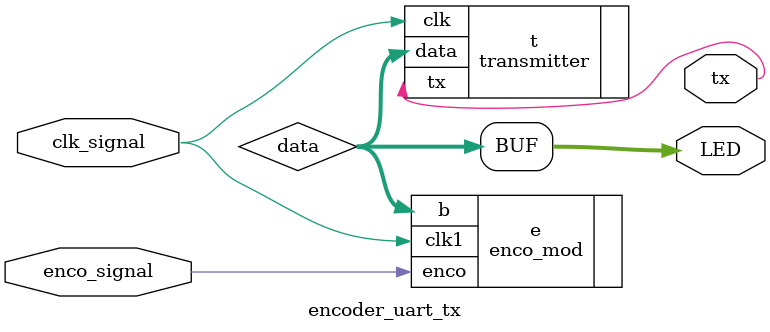
<source format=v>
`timescale 1ns / 1ps
module encoder_uart_tx(clk_signal,enco_signal,tx,LED
    );
input clk_signal;
input enco_signal;
wire [7:0]data;
output tx;
output [7:0]LED;
enco_mod e(.clk1(clk_signal),.enco(enco_signal),.b(data));
transmitter t(.clk(clk_signal),.data(data),.tx(tx));
assign LED=data;
endmodule

</source>
